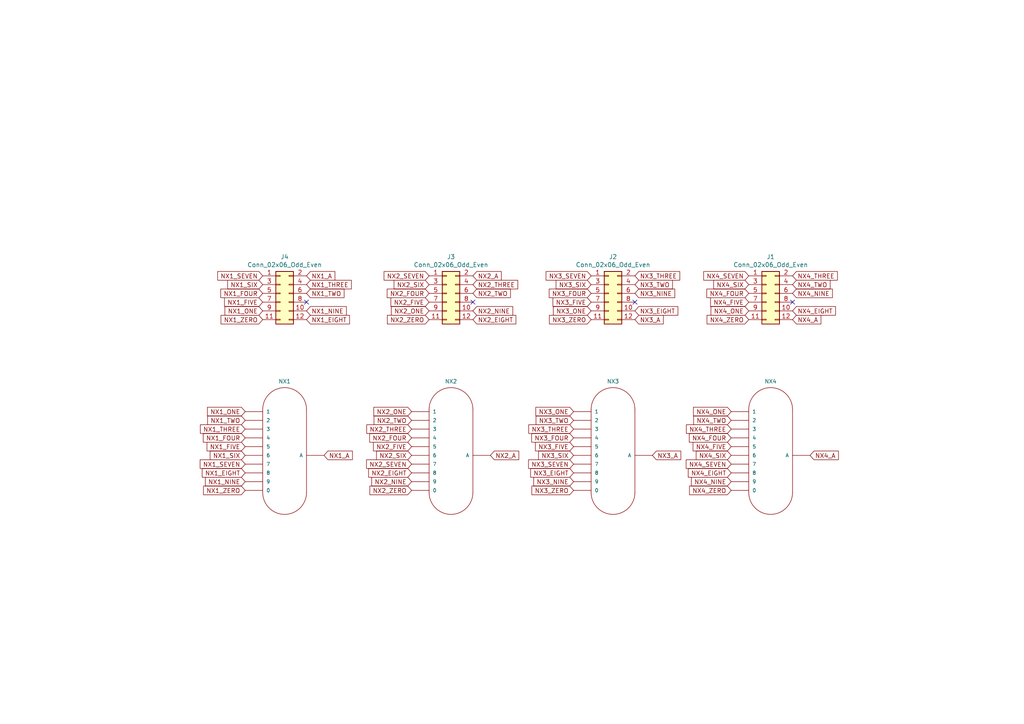
<source format=kicad_sch>
(kicad_sch (version 20211123) (generator eeschema)
  (paper "A4")
  (lib_symbols
    (symbol "Connector_Generic:Conn_02x06_Odd_Even" (pin_names (offset 1.016) hide)
      (property "Reference" "J" (at 1.27 7.62 0))
      (property "Value" "Conn_02x06_Odd_Even" (at 1.27 -10.16 0))
      (symbol "Conn_02x06_Odd_Even_1_1"
        (rectangle (start -1.27 -7.493) (end 0 -7.747) (stroke (width 0.1524)))
        (rectangle (start -1.27 -4.953) (end 0 -5.207) (stroke (width 0.1524)))
        (rectangle (start -1.27 -2.413) (end 0 -2.667) (stroke (width 0.1524)))
        (rectangle (start -1.27 0.127) (end 0 -0.127) (stroke (width 0.1524)))
        (rectangle (start -1.27 2.667) (end 0 2.413) (stroke (width 0.1524)))
        (rectangle (start -1.27 5.207) (end 0 4.953) (stroke (width 0.1524)))
        (rectangle (start -1.27 6.35) (end 3.81 -8.89) (stroke (width 0.254)) (fill (type background)))
        (rectangle (start 3.81 -7.493) (end 2.54 -7.747) (stroke (width 0.1524)))
        (rectangle (start 3.81 -4.953) (end 2.54 -5.207) (stroke (width 0.1524)))
        (rectangle (start 3.81 -2.413) (end 2.54 -2.667) (stroke (width 0.1524)))
        (rectangle (start 3.81 0.127) (end 2.54 -0.127) (stroke (width 0.1524)))
        (rectangle (start 3.81 2.667) (end 2.54 2.413) (stroke (width 0.1524)))
        (rectangle (start 3.81 5.207) (end 2.54 4.953) (stroke (width 0.1524)))
        (pin passive line (at -5.08 5.08 0) (length 3.81) (name "Pin_1") (number "1"))
        (pin passive line (at 7.62 -5.08 180) (length 3.81) (name "Pin_10") (number "10"))
        (pin passive line (at -5.08 -7.62 0) (length 3.81) (name "Pin_11") (number "11"))
        (pin passive line (at 7.62 -7.62 180) (length 3.81) (name "Pin_12") (number "12"))
        (pin passive line (at 7.62 5.08 180) (length 3.81) (name "Pin_2") (number "2"))
        (pin passive line (at -5.08 2.54 0) (length 3.81) (name "Pin_3") (number "3"))
        (pin passive line (at 7.62 2.54 180) (length 3.81) (name "Pin_4") (number "4"))
        (pin passive line (at -5.08 0 0) (length 3.81) (name "Pin_5") (number "5"))
        (pin passive line (at 7.62 0 180) (length 3.81) (name "Pin_6") (number "6"))
        (pin passive line (at -5.08 -2.54 0) (length 3.81) (name "Pin_7") (number "7"))
        (pin passive line (at 7.62 -2.54 180) (length 3.81) (name "Pin_8") (number "8"))
        (pin passive line (at -5.08 -5.08 0) (length 3.81) (name "Pin_9") (number "9"))
      )
    )
    (symbol "nixies-us:IN-12A" (pin_numbers hide) (pin_names (offset 1.016))
      (property "Reference" "NX" (at -5.715 20.955 0))
      (symbol "IN-12A_1_0"
        (polyline (pts (xy -7.62 -10.795) (xy -7.62 13.335)))
        (polyline (pts (xy 5.08 -10.795) (xy 5.08 13.335)))
      )
      (symbol "IN-12A_1_1"
        (arc (start -7.62 -10.795) (mid -1.27 -17.145) (end 5.08 -10.795))
        (arc (start 5.08 13.335) (mid -1.27 19.685) (end -7.62 13.335))
        (pin bidirectional line (at -12.7 -10.16 0) (length 5.08) (name "0") (number "0"))
        (pin bidirectional line (at -12.7 12.7 0) (length 5.08) (name "1") (number "1"))
        (pin bidirectional line (at -12.7 10.16 0) (length 5.08) (name "2") (number "2"))
        (pin bidirectional line (at -12.7 7.62 0) (length 5.08) (name "3") (number "3"))
        (pin bidirectional line (at -12.7 5.08 0) (length 5.08) (name "4") (number "4"))
        (pin bidirectional line (at -12.7 2.54 0) (length 5.08) (name "5") (number "5"))
        (pin bidirectional line (at -12.7 0 0) (length 5.08) (name "6") (number "6"))
        (pin bidirectional line (at -12.7 -2.54 0) (length 5.08) (name "7") (number "7"))
        (pin bidirectional line (at -12.7 -5.08 0) (length 5.08) (name "8") (number "8"))
        (pin bidirectional line (at -12.7 -7.62 0) (length 5.08) (name "9") (number "9"))
        (pin bidirectional line (at 10.16 0 180) (length 5.08) (name "A") (number "A"))
      )
    )
  )
  (no_connect (at 137.16 87.63))
  (no_connect (at 184.15 87.63))
  (no_connect (at 88.9 87.63))
  (no_connect (at 229.87 87.63))
  (global_label "NX1_TWO" (shape input) (at 88.9 85.09 0) (property "Intersheet References" "${INTERSHEET_REFS}" (effects hide)))
  (global_label "NX2_FOUR" (shape input) (at 124.46 85.09 180) (property "Intersheet References" "${INTERSHEET_REFS}" (effects hide)))
  (global_label "NX3_THREE" (shape input) (at 184.15 80.01 0) (property "Intersheet References" "${INTERSHEET_REFS}" (effects hide)))
  (global_label "NX1_ONE" (shape input) (at 71.12 119.38 180) (property "Intersheet References" "${INTERSHEET_REFS}" (effects hide)))
  (global_label "NX4_FIVE" (shape input) (at 217.17 87.63 180) (property "Intersheet References" "${INTERSHEET_REFS}" (effects hide)))
  (global_label "NX3_FOUR" (shape input) (at 171.45 85.09 180) (property "Intersheet References" "${INTERSHEET_REFS}" (effects hide)))
  (global_label "NX4_SEVEN" (shape input) (at 212.09 134.62 180) (property "Intersheet References" "${INTERSHEET_REFS}" (effects hide)))
  (global_label "NX4_ZERO" (shape input) (at 217.17 92.71 180) (property "Intersheet References" "${INTERSHEET_REFS}" (effects hide)))
  (global_label "NX2_THREE" (shape input) (at 137.16 82.55 0) (property "Intersheet References" "${INTERSHEET_REFS}" (effects hide)))
  (global_label "NX2_TWO" (shape input) (at 137.16 85.09 0) (property "Intersheet References" "${INTERSHEET_REFS}" (effects hide)))
  (global_label "NX3_EIGHT" (shape input) (at 184.15 90.17 0) (property "Intersheet References" "${INTERSHEET_REFS}" (effects hide)))
  (global_label "NX2_ZERO" (shape input) (at 124.46 92.71 180) (property "Intersheet References" "${INTERSHEET_REFS}" (effects hide)))
  (global_label "NX3_FOUR" (shape input) (at 166.37 127 180) (property "Intersheet References" "${INTERSHEET_REFS}" (effects hide)))
  (global_label "NX4_EIGHT" (shape input) (at 229.87 90.17 0) (property "Intersheet References" "${INTERSHEET_REFS}" (effects hide)))
  (global_label "NX4_TWO" (shape input) (at 212.09 121.92 180) (property "Intersheet References" "${INTERSHEET_REFS}" (effects hide)))
  (global_label "NX4_NINE" (shape input) (at 229.87 85.09 0) (property "Intersheet References" "${INTERSHEET_REFS}" (effects hide)))
  (global_label "NX4_A" (shape input) (at 229.87 92.71 0) (property "Intersheet References" "${INTERSHEET_REFS}" (effects hide)))
  (global_label "NX2_FIVE" (shape input) (at 124.46 87.63 180) (property "Intersheet References" "${INTERSHEET_REFS}" (effects hide)))
  (global_label "NX3_NINE" (shape input) (at 184.15 85.09 0) (property "Intersheet References" "${INTERSHEET_REFS}" (effects hide)))
  (global_label "NX3_A" (shape input) (at 184.15 92.71 0) (property "Intersheet References" "${INTERSHEET_REFS}" (effects hide)))
  (global_label "NX1_FOUR" (shape input) (at 71.12 127 180) (property "Intersheet References" "${INTERSHEET_REFS}" (effects hide)))
  (global_label "NX4_SEVEN" (shape input) (at 217.17 80.01 180) (property "Intersheet References" "${INTERSHEET_REFS}" (effects hide)))
  (global_label "NX2_THREE" (shape input) (at 119.38 124.46 180) (property "Intersheet References" "${INTERSHEET_REFS}" (effects hide)))
  (global_label "NX1_NINE" (shape input) (at 88.9 90.17 0) (property "Intersheet References" "${INTERSHEET_REFS}" (effects hide)))
  (global_label "NX1_TWO" (shape input) (at 71.12 121.92 180) (property "Intersheet References" "${INTERSHEET_REFS}" (effects hide)))
  (global_label "NX4_ONE" (shape input) (at 217.17 90.17 180) (property "Intersheet References" "${INTERSHEET_REFS}" (effects hide)))
  (global_label "NX1_EIGHT" (shape input) (at 88.9 92.71 0) (property "Intersheet References" "${INTERSHEET_REFS}" (effects hide)))
  (global_label "NX4_SIX" (shape input) (at 212.09 132.08 180) (property "Intersheet References" "${INTERSHEET_REFS}" (effects hide)))
  (global_label "NX4_EIGHT" (shape input) (at 212.09 137.16 180) (property "Intersheet References" "${INTERSHEET_REFS}" (effects hide)))
  (global_label "NX2_SIX" (shape input) (at 124.46 82.55 180) (property "Intersheet References" "${INTERSHEET_REFS}" (effects hide)))
  (global_label "NX1_SIX" (shape input) (at 71.12 132.08 180) (property "Intersheet References" "${INTERSHEET_REFS}" (effects hide)))
  (global_label "NX4_A" (shape input) (at 234.95 132.08 0) (property "Intersheet References" "${INTERSHEET_REFS}" (effects hide)))
  (global_label "NX2_SEVEN" (shape input) (at 124.46 80.01 180) (property "Intersheet References" "${INTERSHEET_REFS}" (effects hide)))
  (global_label "NX1_EIGHT" (shape input) (at 71.12 137.16 180) (property "Intersheet References" "${INTERSHEET_REFS}" (effects hide)))
  (global_label "NX1_A" (shape input) (at 88.9 80.01 0) (property "Intersheet References" "${INTERSHEET_REFS}" (effects hide)))
  (global_label "NX3_SIX" (shape input) (at 171.45 82.55 180) (property "Intersheet References" "${INTERSHEET_REFS}" (effects hide)))
  (global_label "NX1_SIX" (shape input) (at 76.2 82.55 180) (property "Intersheet References" "${INTERSHEET_REFS}" (effects hide)))
  (global_label "NX3_ZERO" (shape input) (at 171.45 92.71 180) (property "Intersheet References" "${INTERSHEET_REFS}" (effects hide)))
  (global_label "NX3_A" (shape input) (at 189.23 132.08 0) (property "Intersheet References" "${INTERSHEET_REFS}" (effects hide)))
  (global_label "NX1_ZERO" (shape input) (at 71.12 142.24 180) (property "Intersheet References" "${INTERSHEET_REFS}" (effects hide)))
  (global_label "NX1_THREE" (shape input) (at 71.12 124.46 180) (property "Intersheet References" "${INTERSHEET_REFS}" (effects hide)))
  (global_label "NX3_SIX" (shape input) (at 166.37 132.08 180) (property "Intersheet References" "${INTERSHEET_REFS}" (effects hide)))
  (global_label "NX2_TWO" (shape input) (at 119.38 121.92 180) (property "Intersheet References" "${INTERSHEET_REFS}" (effects hide)))
  (global_label "NX2_NINE" (shape input) (at 137.16 90.17 0) (property "Intersheet References" "${INTERSHEET_REFS}" (effects hide)))
  (global_label "NX1_SEVEN" (shape input) (at 71.12 134.62 180) (property "Intersheet References" "${INTERSHEET_REFS}" (effects hide)))
  (global_label "NX2_ONE" (shape input) (at 119.38 119.38 180) (property "Intersheet References" "${INTERSHEET_REFS}" (effects hide)))
  (global_label "NX4_FIVE" (shape input) (at 212.09 129.54 180) (property "Intersheet References" "${INTERSHEET_REFS}" (effects hide)))
  (global_label "NX1_FOUR" (shape input) (at 76.2 85.09 180) (property "Intersheet References" "${INTERSHEET_REFS}" (effects hide)))
  (global_label "NX1_NINE" (shape input) (at 71.12 139.7 180) (property "Intersheet References" "${INTERSHEET_REFS}" (effects hide)))
  (global_label "NX3_ONE" (shape input) (at 166.37 119.38 180) (property "Intersheet References" "${INTERSHEET_REFS}" (effects hide)))
  (global_label "NX4_THREE" (shape input) (at 212.09 124.46 180) (property "Intersheet References" "${INTERSHEET_REFS}" (effects hide)))
  (global_label "NX3_FIVE" (shape input) (at 171.45 87.63 180) (property "Intersheet References" "${INTERSHEET_REFS}" (effects hide)))
  (global_label "NX2_FIVE" (shape input) (at 119.38 129.54 180) (property "Intersheet References" "${INTERSHEET_REFS}" (effects hide)))
  (global_label "NX2_EIGHT" (shape input) (at 137.16 92.71 0) (property "Intersheet References" "${INTERSHEET_REFS}" (effects hide)))
  (global_label "NX3_ZERO" (shape input) (at 166.37 142.24 180) (property "Intersheet References" "${INTERSHEET_REFS}" (effects hide)))
  (global_label "NX3_FIVE" (shape input) (at 166.37 129.54 180) (property "Intersheet References" "${INTERSHEET_REFS}" (effects hide)))
  (global_label "NX1_ONE" (shape input) (at 76.2 90.17 180) (property "Intersheet References" "${INTERSHEET_REFS}" (effects hide)))
  (global_label "NX3_THREE" (shape input) (at 166.37 124.46 180) (property "Intersheet References" "${INTERSHEET_REFS}" (effects hide)))
  (global_label "NX2_SIX" (shape input) (at 119.38 132.08 180) (property "Intersheet References" "${INTERSHEET_REFS}" (effects hide)))
  (global_label "NX2_ZERO" (shape input) (at 119.38 142.24 180) (property "Intersheet References" "${INTERSHEET_REFS}" (effects hide)))
  (global_label "NX1_ZERO" (shape input) (at 76.2 92.71 180) (property "Intersheet References" "${INTERSHEET_REFS}" (effects hide)))
  (global_label "NX4_FOUR" (shape input) (at 217.17 85.09 180) (property "Intersheet References" "${INTERSHEET_REFS}" (effects hide)))
  (global_label "NX1_SEVEN" (shape input) (at 76.2 80.01 180) (property "Intersheet References" "${INTERSHEET_REFS}" (effects hide)))
  (global_label "NX4_NINE" (shape input) (at 212.09 139.7 180) (property "Intersheet References" "${INTERSHEET_REFS}" (effects hide)))
  (global_label "NX4_THREE" (shape input) (at 229.87 80.01 0) (property "Intersheet References" "${INTERSHEET_REFS}" (effects hide)))
  (global_label "NX4_TWO" (shape input) (at 229.87 82.55 0) (property "Intersheet References" "${INTERSHEET_REFS}" (effects hide)))
  (global_label "NX3_SEVEN" (shape input) (at 166.37 134.62 180) (property "Intersheet References" "${INTERSHEET_REFS}" (effects hide)))
  (global_label "NX2_ONE" (shape input) (at 124.46 90.17 180) (property "Intersheet References" "${INTERSHEET_REFS}" (effects hide)))
  (global_label "NX2_NINE" (shape input) (at 119.38 139.7 180) (property "Intersheet References" "${INTERSHEET_REFS}" (effects hide)))
  (global_label "NX4_SIX" (shape input) (at 217.17 82.55 180) (property "Intersheet References" "${INTERSHEET_REFS}" (effects hide)))
  (global_label "NX4_FOUR" (shape input) (at 212.09 127 180) (property "Intersheet References" "${INTERSHEET_REFS}" (effects hide)))
  (global_label "NX3_SEVEN" (shape input) (at 171.45 80.01 180) (property "Intersheet References" "${INTERSHEET_REFS}" (effects hide)))
  (global_label "NX3_TWO" (shape input) (at 184.15 82.55 0) (property "Intersheet References" "${INTERSHEET_REFS}" (effects hide)))
  (global_label "NX1_A" (shape input) (at 93.98 132.08 0) (property "Intersheet References" "${INTERSHEET_REFS}" (effects hide)))
  (global_label "NX1_FIVE" (shape input) (at 76.2 87.63 180) (property "Intersheet References" "${INTERSHEET_REFS}" (effects hide)))
  (global_label "NX1_THREE" (shape input) (at 88.9 82.55 0) (property "Intersheet References" "${INTERSHEET_REFS}" (effects hide)))
  (global_label "NX3_NINE" (shape input) (at 166.37 139.7 180) (property "Intersheet References" "${INTERSHEET_REFS}" (effects hide)))
  (global_label "NX4_ONE" (shape input) (at 212.09 119.38 180) (property "Intersheet References" "${INTERSHEET_REFS}" (effects hide)))
  (global_label "NX2_A" (shape input) (at 137.16 80.01 0) (property "Intersheet References" "${INTERSHEET_REFS}" (effects hide)))
  (global_label "NX3_TWO" (shape input) (at 166.37 121.92 180) (property "Intersheet References" "${INTERSHEET_REFS}" (effects hide)))
  (global_label "NX4_ZERO" (shape input) (at 212.09 142.24 180) (property "Intersheet References" "${INTERSHEET_REFS}" (effects hide)))
  (global_label "NX3_ONE" (shape input) (at 171.45 90.17 180) (property "Intersheet References" "${INTERSHEET_REFS}" (effects hide)))
  (global_label "NX2_FOUR" (shape input) (at 119.38 127 180) (property "Intersheet References" "${INTERSHEET_REFS}" (effects hide)))
  (global_label "NX2_SEVEN" (shape input) (at 119.38 134.62 180) (property "Intersheet References" "${INTERSHEET_REFS}" (effects hide)))
  (global_label "NX2_EIGHT" (shape input) (at 119.38 137.16 180) (property "Intersheet References" "${INTERSHEET_REFS}" (effects hide)))
  (global_label "NX2_A" (shape input) (at 142.24 132.08 0) (property "Intersheet References" "${INTERSHEET_REFS}" (effects hide)))
  (global_label "NX1_FIVE" (shape input) (at 71.12 129.54 180) (property "Intersheet References" "${INTERSHEET_REFS}" (effects hide)))
  (global_label "NX3_EIGHT" (shape input) (at 166.37 137.16 180) (property "Intersheet References" "${INTERSHEET_REFS}" (effects hide)))
  (symbol (lib_id "nixies-us:IN-12A") (at 224.79 132.08 0) (unit 1)
    (property "Reference" "NX4" (at 223.52 110.617 0) (effects (font (size 1.143 1.143))))
    (property "Value" "IN-12A" (effects hide))
    (property "Footprint" "Valve:IN-12A" (effects hide))
  )
  (symbol (lib_id "nixies-us:IN-12A") (at 179.07 132.08 0) (unit 1)
    (property "Reference" "NX3" (at 177.8 110.617 0) (effects (font (size 1.143 1.143))))
    (property "Value" "IN-12A" (effects hide))
    (property "Footprint" "Valve:IN-12A" (effects hide))
  )
  (symbol (lib_id "nixies-us:IN-12A") (at 132.08 132.08 0) (unit 1)
    (property "Reference" "NX2" (at 130.81 110.617 0) (effects (font (size 1.143 1.143))))
    (property "Value" "IN-12A" (effects hide))
    (property "Footprint" "Valve:IN-12A" (effects hide))
  )
  (symbol (lib_id "nixies-us:IN-12A") (at 83.82 132.08 0) (unit 1)
    (property "Reference" "NX1" (at 82.55 110.617 0) (effects (font (size 1.143 1.143))))
    (property "Value" "IN-12A" (effects hide))
    (property "Footprint" "Valve:IN-12A" (effects hide))
  )
  (symbol (lib_id "Connector_Generic:Conn_02x06_Odd_Even") (at 222.25 85.09 0) (unit 1)
    (property "Reference" "J1" (at 223.52 74.4982 0))
    (property "Value" "Conn_02x06_Odd_Even" (at 223.52 76.8096 0))
    (property "Footprint" "Connector_PinSocket_2.54mm:PinSocket_2x06_P2.54mm_Vertical" (effects hide))
  )
  (symbol (lib_id "Connector_Generic:Conn_02x06_Odd_Even") (at 176.53 85.09 0) (unit 1)
    (property "Reference" "J2" (at 177.8 74.4982 0))
    (property "Value" "Conn_02x06_Odd_Even" (at 177.8 76.8096 0))
    (property "Footprint" "Connector_PinSocket_2.54mm:PinSocket_2x06_P2.54mm_Vertical" (effects hide))
  )
  (symbol (lib_id "Connector_Generic:Conn_02x06_Odd_Even") (at 129.54 85.09 0) (unit 1)
    (property "Reference" "J3" (at 130.81 74.4982 0))
    (property "Value" "Conn_02x06_Odd_Even" (at 130.81 76.8096 0))
    (property "Footprint" "Connector_PinSocket_2.54mm:PinSocket_2x06_P2.54mm_Vertical" (effects hide))
  )
  (symbol (lib_id "Connector_Generic:Conn_02x06_Odd_Even") (at 81.28 85.09 0) (unit 1)
    (property "Reference" "J4" (at 82.55 74.4982 0))
    (property "Value" "Conn_02x06_Odd_Even" (at 82.55 76.8096 0))
    (property "Footprint" "Connector_PinSocket_2.54mm:PinSocket_2x06_P2.54mm_Vertical" (effects hide))
  )
)
</source>
